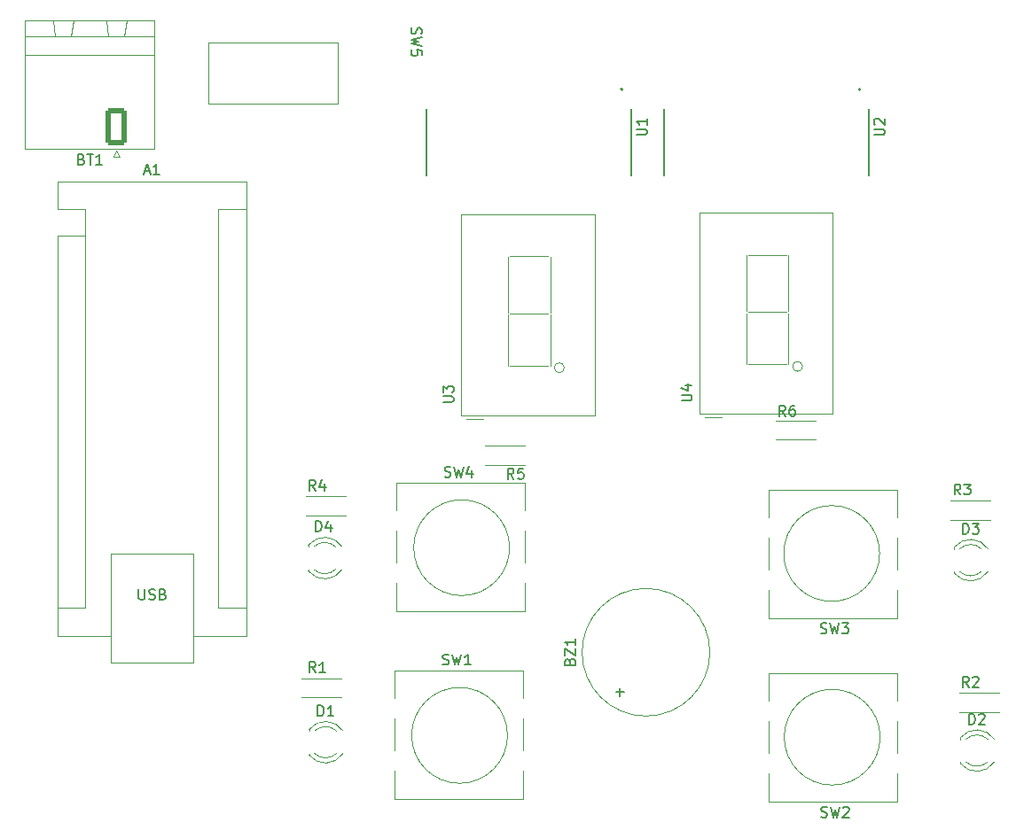
<source format=gto>
G04 #@! TF.GenerationSoftware,KiCad,Pcbnew,(6.0.11)*
G04 #@! TF.CreationDate,2023-02-10T17:49:21-04:00*
G04 #@! TF.ProjectId,simon_dice_2_layer,73696d6f-6e5f-4646-9963-655f325f6c61,rev?*
G04 #@! TF.SameCoordinates,Original*
G04 #@! TF.FileFunction,Legend,Top*
G04 #@! TF.FilePolarity,Positive*
%FSLAX46Y46*%
G04 Gerber Fmt 4.6, Leading zero omitted, Abs format (unit mm)*
G04 Created by KiCad (PCBNEW (6.0.11)) date 2023-02-10 17:49:21*
%MOMM*%
%LPD*%
G01*
G04 APERTURE LIST*
G04 Aperture macros list*
%AMRoundRect*
0 Rectangle with rounded corners*
0 $1 Rounding radius*
0 $2 $3 $4 $5 $6 $7 $8 $9 X,Y pos of 4 corners*
0 Add a 4 corners polygon primitive as box body*
4,1,4,$2,$3,$4,$5,$6,$7,$8,$9,$2,$3,0*
0 Add four circle primitives for the rounded corners*
1,1,$1+$1,$2,$3*
1,1,$1+$1,$4,$5*
1,1,$1+$1,$6,$7*
1,1,$1+$1,$8,$9*
0 Add four rect primitives between the rounded corners*
20,1,$1+$1,$2,$3,$4,$5,0*
20,1,$1+$1,$4,$5,$6,$7,0*
20,1,$1+$1,$6,$7,$8,$9,0*
20,1,$1+$1,$8,$9,$2,$3,0*%
G04 Aperture macros list end*
%ADD10C,0.150000*%
%ADD11C,0.120000*%
%ADD12C,0.127000*%
%ADD13C,0.200000*%
%ADD14C,1.400000*%
%ADD15O,1.400000X1.400000*%
%ADD16O,3.048000X1.850000*%
%ADD17R,1.800000X1.800000*%
%ADD18C,1.800000*%
%ADD19R,1.600000X1.600000*%
%ADD20C,1.600000*%
%ADD21O,1.600000X1.600000*%
%ADD22R,0.800000X1.600000*%
%ADD23C,1.362000*%
%ADD24R,1.130000X1.130000*%
%ADD25C,1.130000*%
%ADD26RoundRect,0.249999X0.790001X1.550001X-0.790001X1.550001X-0.790001X-1.550001X0.790001X-1.550001X0*%
%ADD27O,2.080000X3.600000*%
%ADD28R,2.000000X2.000000*%
%ADD29C,2.000000*%
G04 APERTURE END LIST*
D10*
X172633333Y-88252380D02*
X172300000Y-87776190D01*
X172061904Y-88252380D02*
X172061904Y-87252380D01*
X172442857Y-87252380D01*
X172538095Y-87300000D01*
X172585714Y-87347619D01*
X172633333Y-87442857D01*
X172633333Y-87585714D01*
X172585714Y-87680952D01*
X172538095Y-87728571D01*
X172442857Y-87776190D01*
X172061904Y-87776190D01*
X173490476Y-87252380D02*
X173300000Y-87252380D01*
X173204761Y-87300000D01*
X173157142Y-87347619D01*
X173061904Y-87490476D01*
X173014285Y-87680952D01*
X173014285Y-88061904D01*
X173061904Y-88157142D01*
X173109523Y-88204761D01*
X173204761Y-88252380D01*
X173395238Y-88252380D01*
X173490476Y-88204761D01*
X173538095Y-88157142D01*
X173585714Y-88061904D01*
X173585714Y-87823809D01*
X173538095Y-87728571D01*
X173490476Y-87680952D01*
X173395238Y-87633333D01*
X173204761Y-87633333D01*
X173109523Y-87680952D01*
X173061904Y-87728571D01*
X173014285Y-87823809D01*
X139906666Y-111989761D02*
X140049523Y-112037380D01*
X140287619Y-112037380D01*
X140382857Y-111989761D01*
X140430476Y-111942142D01*
X140478095Y-111846904D01*
X140478095Y-111751666D01*
X140430476Y-111656428D01*
X140382857Y-111608809D01*
X140287619Y-111561190D01*
X140097142Y-111513571D01*
X140001904Y-111465952D01*
X139954285Y-111418333D01*
X139906666Y-111323095D01*
X139906666Y-111227857D01*
X139954285Y-111132619D01*
X140001904Y-111085000D01*
X140097142Y-111037380D01*
X140335238Y-111037380D01*
X140478095Y-111085000D01*
X140811428Y-111037380D02*
X141049523Y-112037380D01*
X141240000Y-111323095D01*
X141430476Y-112037380D01*
X141668571Y-111037380D01*
X142573333Y-112037380D02*
X142001904Y-112037380D01*
X142287619Y-112037380D02*
X142287619Y-111037380D01*
X142192380Y-111180238D01*
X142097142Y-111275476D01*
X142001904Y-111323095D01*
X127771904Y-99292380D02*
X127771904Y-98292380D01*
X128010000Y-98292380D01*
X128152857Y-98340000D01*
X128248095Y-98435238D01*
X128295714Y-98530476D01*
X128343333Y-98720952D01*
X128343333Y-98863809D01*
X128295714Y-99054285D01*
X128248095Y-99149523D01*
X128152857Y-99244761D01*
X128010000Y-99292380D01*
X127771904Y-99292380D01*
X129200476Y-98625714D02*
X129200476Y-99292380D01*
X128962380Y-98244761D02*
X128724285Y-98959047D01*
X129343333Y-98959047D01*
X146680133Y-94276580D02*
X146346800Y-93800390D01*
X146108704Y-94276580D02*
X146108704Y-93276580D01*
X146489657Y-93276580D01*
X146584895Y-93324200D01*
X146632514Y-93371819D01*
X146680133Y-93467057D01*
X146680133Y-93609914D01*
X146632514Y-93705152D01*
X146584895Y-93752771D01*
X146489657Y-93800390D01*
X146108704Y-93800390D01*
X147584895Y-93276580D02*
X147108704Y-93276580D01*
X147061085Y-93752771D01*
X147108704Y-93705152D01*
X147203942Y-93657533D01*
X147442038Y-93657533D01*
X147537276Y-93705152D01*
X147584895Y-93752771D01*
X147632514Y-93848009D01*
X147632514Y-94086104D01*
X147584895Y-94181342D01*
X147537276Y-94228961D01*
X147442038Y-94276580D01*
X147203942Y-94276580D01*
X147108704Y-94228961D01*
X147061085Y-94181342D01*
X176026666Y-126564761D02*
X176169523Y-126612380D01*
X176407619Y-126612380D01*
X176502857Y-126564761D01*
X176550476Y-126517142D01*
X176598095Y-126421904D01*
X176598095Y-126326666D01*
X176550476Y-126231428D01*
X176502857Y-126183809D01*
X176407619Y-126136190D01*
X176217142Y-126088571D01*
X176121904Y-126040952D01*
X176074285Y-125993333D01*
X176026666Y-125898095D01*
X176026666Y-125802857D01*
X176074285Y-125707619D01*
X176121904Y-125660000D01*
X176217142Y-125612380D01*
X176455238Y-125612380D01*
X176598095Y-125660000D01*
X176931428Y-125612380D02*
X177169523Y-126612380D01*
X177360000Y-125898095D01*
X177550476Y-126612380D01*
X177788571Y-125612380D01*
X178121904Y-125707619D02*
X178169523Y-125660000D01*
X178264761Y-125612380D01*
X178502857Y-125612380D01*
X178598095Y-125660000D01*
X178645714Y-125707619D01*
X178693333Y-125802857D01*
X178693333Y-125898095D01*
X178645714Y-126040952D01*
X178074285Y-126612380D01*
X178693333Y-126612380D01*
X190166904Y-117732380D02*
X190166904Y-116732380D01*
X190405000Y-116732380D01*
X190547857Y-116780000D01*
X190643095Y-116875238D01*
X190690714Y-116970476D01*
X190738333Y-117160952D01*
X190738333Y-117303809D01*
X190690714Y-117494285D01*
X190643095Y-117589523D01*
X190547857Y-117684761D01*
X190405000Y-117732380D01*
X190166904Y-117732380D01*
X191119285Y-116827619D02*
X191166904Y-116780000D01*
X191262142Y-116732380D01*
X191500238Y-116732380D01*
X191595476Y-116780000D01*
X191643095Y-116827619D01*
X191690714Y-116922857D01*
X191690714Y-117018095D01*
X191643095Y-117160952D01*
X191071666Y-117732380D01*
X191690714Y-117732380D01*
X127743333Y-95372380D02*
X127410000Y-94896190D01*
X127171904Y-95372380D02*
X127171904Y-94372380D01*
X127552857Y-94372380D01*
X127648095Y-94420000D01*
X127695714Y-94467619D01*
X127743333Y-94562857D01*
X127743333Y-94705714D01*
X127695714Y-94800952D01*
X127648095Y-94848571D01*
X127552857Y-94896190D01*
X127171904Y-94896190D01*
X128600476Y-94705714D02*
X128600476Y-95372380D01*
X128362380Y-94324761D02*
X128124285Y-95039047D01*
X128743333Y-95039047D01*
X175981666Y-109004761D02*
X176124523Y-109052380D01*
X176362619Y-109052380D01*
X176457857Y-109004761D01*
X176505476Y-108957142D01*
X176553095Y-108861904D01*
X176553095Y-108766666D01*
X176505476Y-108671428D01*
X176457857Y-108623809D01*
X176362619Y-108576190D01*
X176172142Y-108528571D01*
X176076904Y-108480952D01*
X176029285Y-108433333D01*
X175981666Y-108338095D01*
X175981666Y-108242857D01*
X176029285Y-108147619D01*
X176076904Y-108100000D01*
X176172142Y-108052380D01*
X176410238Y-108052380D01*
X176553095Y-108100000D01*
X176886428Y-108052380D02*
X177124523Y-109052380D01*
X177315000Y-108338095D01*
X177505476Y-109052380D01*
X177743571Y-108052380D01*
X178029285Y-108052380D02*
X178648333Y-108052380D01*
X178315000Y-108433333D01*
X178457857Y-108433333D01*
X178553095Y-108480952D01*
X178600714Y-108528571D01*
X178648333Y-108623809D01*
X178648333Y-108861904D01*
X178600714Y-108957142D01*
X178553095Y-109004761D01*
X178457857Y-109052380D01*
X178172142Y-109052380D01*
X178076904Y-109004761D01*
X178029285Y-108957142D01*
X140101666Y-94049761D02*
X140244523Y-94097380D01*
X140482619Y-94097380D01*
X140577857Y-94049761D01*
X140625476Y-94002142D01*
X140673095Y-93906904D01*
X140673095Y-93811666D01*
X140625476Y-93716428D01*
X140577857Y-93668809D01*
X140482619Y-93621190D01*
X140292142Y-93573571D01*
X140196904Y-93525952D01*
X140149285Y-93478333D01*
X140101666Y-93383095D01*
X140101666Y-93287857D01*
X140149285Y-93192619D01*
X140196904Y-93145000D01*
X140292142Y-93097380D01*
X140530238Y-93097380D01*
X140673095Y-93145000D01*
X141006428Y-93097380D02*
X141244523Y-94097380D01*
X141435000Y-93383095D01*
X141625476Y-94097380D01*
X141863571Y-93097380D01*
X142673095Y-93430714D02*
X142673095Y-94097380D01*
X142435000Y-93049761D02*
X142196904Y-93764047D01*
X142815952Y-93764047D01*
X190143333Y-114172380D02*
X189810000Y-113696190D01*
X189571904Y-114172380D02*
X189571904Y-113172380D01*
X189952857Y-113172380D01*
X190048095Y-113220000D01*
X190095714Y-113267619D01*
X190143333Y-113362857D01*
X190143333Y-113505714D01*
X190095714Y-113600952D01*
X190048095Y-113648571D01*
X189952857Y-113696190D01*
X189571904Y-113696190D01*
X190524285Y-113267619D02*
X190571904Y-113220000D01*
X190667142Y-113172380D01*
X190905238Y-113172380D01*
X191000476Y-113220000D01*
X191048095Y-113267619D01*
X191095714Y-113362857D01*
X191095714Y-113458095D01*
X191048095Y-113600952D01*
X190476666Y-114172380D01*
X191095714Y-114172380D01*
X139936080Y-86944204D02*
X140745604Y-86944204D01*
X140840842Y-86896585D01*
X140888461Y-86848966D01*
X140936080Y-86753728D01*
X140936080Y-86563252D01*
X140888461Y-86468014D01*
X140840842Y-86420395D01*
X140745604Y-86372776D01*
X139936080Y-86372776D01*
X139936080Y-85991823D02*
X139936080Y-85372776D01*
X140317033Y-85706109D01*
X140317033Y-85563252D01*
X140364652Y-85468014D01*
X140412271Y-85420395D01*
X140507509Y-85372776D01*
X140745604Y-85372776D01*
X140840842Y-85420395D01*
X140888461Y-85468014D01*
X140936080Y-85563252D01*
X140936080Y-85848966D01*
X140888461Y-85944204D01*
X140840842Y-85991823D01*
X111405714Y-64876666D02*
X111881904Y-64876666D01*
X111310476Y-65162380D02*
X111643809Y-64162380D01*
X111977142Y-65162380D01*
X112834285Y-65162380D02*
X112262857Y-65162380D01*
X112548571Y-65162380D02*
X112548571Y-64162380D01*
X112453333Y-64305238D01*
X112358095Y-64400476D01*
X112262857Y-64448095D01*
X110858095Y-104802380D02*
X110858095Y-105611904D01*
X110905714Y-105707142D01*
X110953333Y-105754761D01*
X111048571Y-105802380D01*
X111239047Y-105802380D01*
X111334285Y-105754761D01*
X111381904Y-105707142D01*
X111429523Y-105611904D01*
X111429523Y-104802380D01*
X111858095Y-105754761D02*
X112000952Y-105802380D01*
X112239047Y-105802380D01*
X112334285Y-105754761D01*
X112381904Y-105707142D01*
X112429523Y-105611904D01*
X112429523Y-105516666D01*
X112381904Y-105421428D01*
X112334285Y-105373809D01*
X112239047Y-105326190D01*
X112048571Y-105278571D01*
X111953333Y-105230952D01*
X111905714Y-105183333D01*
X111858095Y-105088095D01*
X111858095Y-104992857D01*
X111905714Y-104897619D01*
X111953333Y-104850000D01*
X112048571Y-104802380D01*
X112286666Y-104802380D01*
X112429523Y-104850000D01*
X113191428Y-105278571D02*
X113334285Y-105326190D01*
X113381904Y-105373809D01*
X113429523Y-105469047D01*
X113429523Y-105611904D01*
X113381904Y-105707142D01*
X113334285Y-105754761D01*
X113239047Y-105802380D01*
X112858095Y-105802380D01*
X112858095Y-104802380D01*
X113191428Y-104802380D01*
X113286666Y-104850000D01*
X113334285Y-104897619D01*
X113381904Y-104992857D01*
X113381904Y-105088095D01*
X113334285Y-105183333D01*
X113286666Y-105230952D01*
X113191428Y-105278571D01*
X112858095Y-105278571D01*
X136932738Y-51166666D02*
X136885119Y-51309523D01*
X136885119Y-51547619D01*
X136932738Y-51642857D01*
X136980357Y-51690476D01*
X137075595Y-51738095D01*
X137170833Y-51738095D01*
X137266071Y-51690476D01*
X137313690Y-51642857D01*
X137361309Y-51547619D01*
X137408928Y-51357142D01*
X137456547Y-51261904D01*
X137504166Y-51214285D01*
X137599404Y-51166666D01*
X137694642Y-51166666D01*
X137789880Y-51214285D01*
X137837500Y-51261904D01*
X137885119Y-51357142D01*
X137885119Y-51595238D01*
X137837500Y-51738095D01*
X137885119Y-52071428D02*
X136885119Y-52309523D01*
X137599404Y-52500000D01*
X136885119Y-52690476D01*
X137885119Y-52928571D01*
X137885119Y-53785714D02*
X137885119Y-53309523D01*
X137408928Y-53261904D01*
X137456547Y-53309523D01*
X137504166Y-53404761D01*
X137504166Y-53642857D01*
X137456547Y-53738095D01*
X137408928Y-53785714D01*
X137313690Y-53833333D01*
X137075595Y-53833333D01*
X136980357Y-53785714D01*
X136932738Y-53738095D01*
X136885119Y-53642857D01*
X136885119Y-53404761D01*
X136932738Y-53309523D01*
X136980357Y-53261904D01*
X189343333Y-95772380D02*
X189010000Y-95296190D01*
X188771904Y-95772380D02*
X188771904Y-94772380D01*
X189152857Y-94772380D01*
X189248095Y-94820000D01*
X189295714Y-94867619D01*
X189343333Y-94962857D01*
X189343333Y-95105714D01*
X189295714Y-95200952D01*
X189248095Y-95248571D01*
X189152857Y-95296190D01*
X188771904Y-95296190D01*
X189676666Y-94772380D02*
X190295714Y-94772380D01*
X189962380Y-95153333D01*
X190105238Y-95153333D01*
X190200476Y-95200952D01*
X190248095Y-95248571D01*
X190295714Y-95343809D01*
X190295714Y-95581904D01*
X190248095Y-95677142D01*
X190200476Y-95724761D01*
X190105238Y-95772380D01*
X189819523Y-95772380D01*
X189724285Y-95724761D01*
X189676666Y-95677142D01*
X181092380Y-61406904D02*
X181901904Y-61406904D01*
X181997142Y-61359285D01*
X182044761Y-61311666D01*
X182092380Y-61216428D01*
X182092380Y-61025952D01*
X182044761Y-60930714D01*
X181997142Y-60883095D01*
X181901904Y-60835476D01*
X181092380Y-60835476D01*
X181187619Y-60406904D02*
X181140000Y-60359285D01*
X181092380Y-60264047D01*
X181092380Y-60025952D01*
X181140000Y-59930714D01*
X181187619Y-59883095D01*
X181282857Y-59835476D01*
X181378095Y-59835476D01*
X181520952Y-59883095D01*
X182092380Y-60454523D01*
X182092380Y-59835476D01*
X127743333Y-112772380D02*
X127410000Y-112296190D01*
X127171904Y-112772380D02*
X127171904Y-111772380D01*
X127552857Y-111772380D01*
X127648095Y-111820000D01*
X127695714Y-111867619D01*
X127743333Y-111962857D01*
X127743333Y-112105714D01*
X127695714Y-112200952D01*
X127648095Y-112248571D01*
X127552857Y-112296190D01*
X127171904Y-112296190D01*
X128695714Y-112772380D02*
X128124285Y-112772380D01*
X128410000Y-112772380D02*
X128410000Y-111772380D01*
X128314761Y-111915238D01*
X128219523Y-112010476D01*
X128124285Y-112058095D01*
X158392380Y-61406904D02*
X159201904Y-61406904D01*
X159297142Y-61359285D01*
X159344761Y-61311666D01*
X159392380Y-61216428D01*
X159392380Y-61025952D01*
X159344761Y-60930714D01*
X159297142Y-60883095D01*
X159201904Y-60835476D01*
X158392380Y-60835476D01*
X159392380Y-59835476D02*
X159392380Y-60406904D01*
X159392380Y-60121190D02*
X158392380Y-60121190D01*
X158535238Y-60216428D01*
X158630476Y-60311666D01*
X158678095Y-60406904D01*
X162697380Y-86809404D02*
X163506904Y-86809404D01*
X163602142Y-86761785D01*
X163649761Y-86714166D01*
X163697380Y-86618928D01*
X163697380Y-86428452D01*
X163649761Y-86333214D01*
X163602142Y-86285595D01*
X163506904Y-86237976D01*
X162697380Y-86237976D01*
X163030714Y-85333214D02*
X163697380Y-85333214D01*
X162649761Y-85571309D02*
X163364047Y-85809404D01*
X163364047Y-85190357D01*
X105414285Y-63706071D02*
X105557142Y-63753690D01*
X105604761Y-63801309D01*
X105652380Y-63896547D01*
X105652380Y-64039404D01*
X105604761Y-64134642D01*
X105557142Y-64182261D01*
X105461904Y-64229880D01*
X105080952Y-64229880D01*
X105080952Y-63229880D01*
X105414285Y-63229880D01*
X105509523Y-63277500D01*
X105557142Y-63325119D01*
X105604761Y-63420357D01*
X105604761Y-63515595D01*
X105557142Y-63610833D01*
X105509523Y-63658452D01*
X105414285Y-63706071D01*
X105080952Y-63706071D01*
X105938095Y-63229880D02*
X106509523Y-63229880D01*
X106223809Y-64229880D02*
X106223809Y-63229880D01*
X107366666Y-64229880D02*
X106795238Y-64229880D01*
X107080952Y-64229880D02*
X107080952Y-63229880D01*
X106985714Y-63372738D01*
X106890476Y-63467976D01*
X106795238Y-63515595D01*
X152038571Y-111720952D02*
X152086190Y-111578095D01*
X152133809Y-111530476D01*
X152229047Y-111482857D01*
X152371904Y-111482857D01*
X152467142Y-111530476D01*
X152514761Y-111578095D01*
X152562380Y-111673333D01*
X152562380Y-112054285D01*
X151562380Y-112054285D01*
X151562380Y-111720952D01*
X151610000Y-111625714D01*
X151657619Y-111578095D01*
X151752857Y-111530476D01*
X151848095Y-111530476D01*
X151943333Y-111578095D01*
X151990952Y-111625714D01*
X152038571Y-111720952D01*
X152038571Y-112054285D01*
X151562380Y-111149523D02*
X151562380Y-110482857D01*
X152562380Y-111149523D01*
X152562380Y-110482857D01*
X152562380Y-109578095D02*
X152562380Y-110149523D01*
X152562380Y-109863809D02*
X151562380Y-109863809D01*
X151705238Y-109959047D01*
X151800476Y-110054285D01*
X151848095Y-110149523D01*
X156841428Y-115030952D02*
X156841428Y-114269047D01*
X157222380Y-114650000D02*
X156460476Y-114650000D01*
X189566904Y-99532380D02*
X189566904Y-98532380D01*
X189805000Y-98532380D01*
X189947857Y-98580000D01*
X190043095Y-98675238D01*
X190090714Y-98770476D01*
X190138333Y-98960952D01*
X190138333Y-99103809D01*
X190090714Y-99294285D01*
X190043095Y-99389523D01*
X189947857Y-99484761D01*
X189805000Y-99532380D01*
X189566904Y-99532380D01*
X190471666Y-98532380D02*
X191090714Y-98532380D01*
X190757380Y-98913333D01*
X190900238Y-98913333D01*
X190995476Y-98960952D01*
X191043095Y-99008571D01*
X191090714Y-99103809D01*
X191090714Y-99341904D01*
X191043095Y-99437142D01*
X190995476Y-99484761D01*
X190900238Y-99532380D01*
X190614523Y-99532380D01*
X190519285Y-99484761D01*
X190471666Y-99437142D01*
X127966904Y-116932380D02*
X127966904Y-115932380D01*
X128205000Y-115932380D01*
X128347857Y-115980000D01*
X128443095Y-116075238D01*
X128490714Y-116170476D01*
X128538333Y-116360952D01*
X128538333Y-116503809D01*
X128490714Y-116694285D01*
X128443095Y-116789523D01*
X128347857Y-116884761D01*
X128205000Y-116932380D01*
X127966904Y-116932380D01*
X129490714Y-116932380D02*
X128919285Y-116932380D01*
X129205000Y-116932380D02*
X129205000Y-115932380D01*
X129109761Y-116075238D01*
X129014523Y-116170476D01*
X128919285Y-116218095D01*
D11*
X171680000Y-90520000D02*
X175520000Y-90520000D01*
X171680000Y-88680000D02*
X175520000Y-88680000D01*
X135260000Y-115315000D02*
X135260000Y-112595000D01*
X147560000Y-122175000D02*
X147560000Y-124895000D01*
X147560000Y-124895000D02*
X135260000Y-124895000D01*
X147560000Y-117175000D02*
X147560000Y-120315000D01*
X135260000Y-120315000D02*
X135260000Y-117175000D01*
X135260000Y-124895000D02*
X135260000Y-122175000D01*
X135260000Y-112595000D02*
X147560000Y-112595000D01*
X147560000Y-112595000D02*
X147560000Y-115315000D01*
X146089050Y-118785000D02*
G75*
G03*
X146089050Y-118785000I-4579050J0D01*
G01*
X127070000Y-100604000D02*
X127070000Y-100760000D01*
X127070000Y-102920000D02*
X127070000Y-103076000D01*
X127070000Y-103075516D02*
G75*
G03*
X130302335Y-102918608I1560000J1235516D01*
G01*
X130302335Y-100761392D02*
G75*
G03*
X127070000Y-100604484I-1672335J-1078608D01*
G01*
X127589039Y-102920000D02*
G75*
G03*
X129671130Y-102919837I1040961J1080000D01*
G01*
X129671130Y-100760163D02*
G75*
G03*
X127589039Y-100760000I-1041130J-1079837D01*
G01*
X147766800Y-91104200D02*
X143926800Y-91104200D01*
X147766800Y-92944200D02*
X143926800Y-92944200D01*
X171040000Y-112850000D02*
X183340000Y-112850000D01*
X183340000Y-125150000D02*
X171040000Y-125150000D01*
X171040000Y-125150000D02*
X171040000Y-122430000D01*
X183340000Y-112850000D02*
X183340000Y-115570000D01*
X171040000Y-120570000D02*
X171040000Y-117430000D01*
X183340000Y-117430000D02*
X183340000Y-120570000D01*
X183340000Y-122430000D02*
X183340000Y-125150000D01*
X171040000Y-115570000D02*
X171040000Y-112850000D01*
X181669050Y-118960000D02*
G75*
G03*
X181669050Y-118960000I-4579050J0D01*
G01*
X189345000Y-121320000D02*
X189345000Y-121476000D01*
X189345000Y-119004000D02*
X189345000Y-119160000D01*
X191946130Y-119160163D02*
G75*
G03*
X189864039Y-119160000I-1041130J-1079837D01*
G01*
X192577335Y-119161392D02*
G75*
G03*
X189345000Y-119004484I-1672335J-1078608D01*
G01*
X189864039Y-121320000D02*
G75*
G03*
X191946130Y-121319837I1040961J1080000D01*
G01*
X189345000Y-121475516D02*
G75*
G03*
X192577335Y-121318608I1560000J1235516D01*
G01*
X126790000Y-97760000D02*
X130630000Y-97760000D01*
X126790000Y-95920000D02*
X130630000Y-95920000D01*
X170995000Y-98010000D02*
X170995000Y-95290000D01*
X183295000Y-107590000D02*
X170995000Y-107590000D01*
X170995000Y-107590000D02*
X170995000Y-104870000D01*
X170995000Y-103010000D02*
X170995000Y-99870000D01*
X183295000Y-95290000D02*
X183295000Y-98010000D01*
X170995000Y-95290000D02*
X183295000Y-95290000D01*
X183295000Y-104870000D02*
X183295000Y-107590000D01*
X183295000Y-99870000D02*
X183295000Y-103010000D01*
X181624050Y-101400000D02*
G75*
G03*
X181624050Y-101400000I-4579050J0D01*
G01*
X147755000Y-99235000D02*
X147755000Y-102375000D01*
X135455000Y-102375000D02*
X135455000Y-99235000D01*
X135455000Y-106955000D02*
X135455000Y-104235000D01*
X147755000Y-106955000D02*
X135455000Y-106955000D01*
X147755000Y-94655000D02*
X147755000Y-97375000D01*
X147755000Y-104235000D02*
X147755000Y-106955000D01*
X135455000Y-94655000D02*
X147755000Y-94655000D01*
X135455000Y-97375000D02*
X135455000Y-94655000D01*
X146284050Y-100845000D02*
G75*
G03*
X146284050Y-100845000I-4579050J0D01*
G01*
X189190000Y-116560000D02*
X193030000Y-116560000D01*
X189190000Y-114720000D02*
X193030000Y-114720000D01*
X141683700Y-68982300D02*
X154403700Y-68982300D01*
X146300900Y-78464700D02*
X149983900Y-78464700D01*
X154403700Y-68982300D02*
X154403700Y-88202300D01*
X141683700Y-68982300D02*
X141683700Y-88202300D01*
X146123100Y-78566300D02*
X146123100Y-83468500D01*
X146123100Y-73029100D02*
X146123100Y-78388500D01*
X146300900Y-73003700D02*
X149983900Y-73003700D01*
X141683700Y-88202300D02*
X154403700Y-88202300D01*
X142163700Y-88552300D02*
X143773700Y-88552300D01*
X150161700Y-78566300D02*
X150161700Y-83468500D01*
X150161700Y-73029100D02*
X150161700Y-78388500D01*
X146300900Y-83468500D02*
X149983900Y-83468500D01*
X151506167Y-83654767D02*
G75*
G03*
X151506167Y-83654767I-472467J0D01*
G01*
X103100000Y-71060000D02*
X103100000Y-109290000D01*
X105770000Y-106620000D02*
X103100000Y-106620000D01*
X116060000Y-101410000D02*
X116060000Y-111830000D01*
X103100000Y-109290000D02*
X108180000Y-109290000D01*
X121140000Y-109290000D02*
X121140000Y-65850000D01*
X118470000Y-68520000D02*
X118470000Y-106620000D01*
X121140000Y-65850000D02*
X103100000Y-65850000D01*
X105770000Y-71060000D02*
X103100000Y-71060000D01*
X121140000Y-109290000D02*
X116060000Y-109290000D01*
X108180000Y-101410000D02*
X116060000Y-101410000D01*
X103100000Y-65850000D02*
X103100000Y-68520000D01*
X105770000Y-71060000D02*
X105770000Y-106620000D01*
X116060000Y-111830000D02*
X108180000Y-111830000D01*
X108180000Y-111830000D02*
X108180000Y-101410000D01*
X105770000Y-68520000D02*
X103100000Y-68520000D01*
X118470000Y-106620000D02*
X121140000Y-106620000D01*
X105770000Y-71060000D02*
X105770000Y-68520000D01*
X118470000Y-68520000D02*
X121140000Y-68520000D01*
X129837500Y-52600000D02*
X117537500Y-52600000D01*
X117537500Y-52600000D02*
X117537500Y-58400000D01*
X117537500Y-58400000D02*
X129837500Y-58400000D01*
X129837500Y-58400000D02*
X129837500Y-52600000D01*
X188390000Y-96320000D02*
X192230000Y-96320000D01*
X188390000Y-98160000D02*
X192230000Y-98160000D01*
D12*
X180580000Y-58895000D02*
X180580000Y-65245000D01*
X161030000Y-58895000D02*
X161030000Y-65245000D01*
D13*
X179795000Y-57035000D02*
G75*
G03*
X179795000Y-57035000I-100000J0D01*
G01*
D11*
X126390000Y-113320000D02*
X130230000Y-113320000D01*
X126390000Y-115160000D02*
X130230000Y-115160000D01*
D12*
X157880000Y-58895000D02*
X157880000Y-65245000D01*
X138330000Y-58895000D02*
X138330000Y-65245000D01*
D13*
X157095000Y-57035000D02*
G75*
G03*
X157095000Y-57035000I-100000J0D01*
G01*
D11*
X168884400Y-72894300D02*
X168884400Y-78253700D01*
X164925000Y-88417500D02*
X166535000Y-88417500D01*
X172923000Y-72894300D02*
X172923000Y-78253700D01*
X169062200Y-83333700D02*
X172745200Y-83333700D01*
X169062200Y-78329900D02*
X172745200Y-78329900D01*
X169062200Y-72868900D02*
X172745200Y-72868900D01*
X164445000Y-68847500D02*
X177165000Y-68847500D01*
X164445000Y-68847500D02*
X164445000Y-88067500D01*
X177165000Y-68847500D02*
X177165000Y-88067500D01*
X172923000Y-78431500D02*
X172923000Y-83333700D01*
X168884400Y-78431500D02*
X168884400Y-83333700D01*
X164445000Y-88067500D02*
X177165000Y-88067500D01*
X174267467Y-83519967D02*
G75*
G03*
X174267467Y-83519967I-472467J0D01*
G01*
X109740000Y-50467500D02*
X107740000Y-50467500D01*
X104410000Y-51967500D02*
X104660000Y-50467500D01*
X100010000Y-50467500D02*
X100010000Y-62687500D01*
X112390000Y-53767500D02*
X100010000Y-53767500D01*
X100010000Y-51967500D02*
X112390000Y-51967500D01*
X107990000Y-51967500D02*
X109490000Y-51967500D01*
X112390000Y-51967500D02*
X112390000Y-53767500D01*
X107740000Y-50467500D02*
X107990000Y-51967500D01*
X108440000Y-63487500D02*
X108740000Y-62887500D01*
X100010000Y-53767500D02*
X100010000Y-51967500D01*
X104660000Y-50467500D02*
X102660000Y-50467500D01*
X100010000Y-62687500D02*
X112390000Y-62687500D01*
X109040000Y-63487500D02*
X108440000Y-63487500D01*
X108740000Y-62887500D02*
X109040000Y-63487500D01*
X109490000Y-51967500D02*
X109740000Y-50467500D01*
X102660000Y-50467500D02*
X102910000Y-51967500D01*
X112390000Y-50467500D02*
X100010000Y-50467500D01*
X102910000Y-51967500D02*
X104410000Y-51967500D01*
X112390000Y-62687500D02*
X112390000Y-50467500D01*
X165410000Y-110840000D02*
G75*
G03*
X165410000Y-110840000I-6100000J0D01*
G01*
X188745000Y-100804000D02*
X188745000Y-100960000D01*
X188745000Y-103120000D02*
X188745000Y-103276000D01*
X189264039Y-103120000D02*
G75*
G03*
X191346130Y-103119837I1040961J1080000D01*
G01*
X188745000Y-103275516D02*
G75*
G03*
X191977335Y-103118608I1560000J1235516D01*
G01*
X191977335Y-100961392D02*
G75*
G03*
X188745000Y-100804484I-1672335J-1078608D01*
G01*
X191346130Y-100960163D02*
G75*
G03*
X189264039Y-100960000I-1041130J-1079837D01*
G01*
X127145000Y-118204000D02*
X127145000Y-118360000D01*
X127145000Y-120520000D02*
X127145000Y-120676000D01*
X127145000Y-120675516D02*
G75*
G03*
X130377335Y-120518608I1560000J1235516D01*
G01*
X129746130Y-118360163D02*
G75*
G03*
X127664039Y-118360000I-1041130J-1079837D01*
G01*
X127664039Y-120520000D02*
G75*
G03*
X129746130Y-120519837I1040961J1080000D01*
G01*
X130377335Y-118361392D02*
G75*
G03*
X127145000Y-118204484I-1672335J-1078608D01*
G01*
%LPC*%
D14*
X171060000Y-89600000D03*
D15*
X176140000Y-89600000D03*
D16*
X147660000Y-116245000D03*
X135160000Y-116245000D03*
X147660000Y-121245000D03*
X135160000Y-121245000D03*
D17*
X127360000Y-101840000D03*
D18*
X129900000Y-101840000D03*
D14*
X148386800Y-92024200D03*
D15*
X143306800Y-92024200D03*
D16*
X183440000Y-121500000D03*
X170940000Y-121500000D03*
X183440000Y-116500000D03*
X170940000Y-116500000D03*
D17*
X189635000Y-120240000D03*
D18*
X192175000Y-120240000D03*
D14*
X126170000Y-96840000D03*
D15*
X131250000Y-96840000D03*
D16*
X170895000Y-103940000D03*
X183395000Y-103940000D03*
X183395000Y-98940000D03*
X170895000Y-98940000D03*
X135355000Y-98305000D03*
X147855000Y-98305000D03*
X135355000Y-103305000D03*
X147855000Y-103305000D03*
D14*
X188570000Y-115640000D03*
D15*
X193650000Y-115640000D03*
D19*
X142963700Y-86212300D03*
D20*
X145503700Y-86212300D03*
X148043700Y-86212300D03*
X150583700Y-86212300D03*
X153123700Y-86212300D03*
X153123700Y-70972300D03*
X150583700Y-70972300D03*
X148043700Y-70972300D03*
X145503700Y-70972300D03*
X142963700Y-70972300D03*
D19*
X104500000Y-69790000D03*
D21*
X104500000Y-72330000D03*
X104500000Y-74870000D03*
X104500000Y-77410000D03*
X104500000Y-79950000D03*
X104500000Y-82490000D03*
X104500000Y-85030000D03*
X104500000Y-87570000D03*
X104500000Y-90110000D03*
X104500000Y-92650000D03*
X104500000Y-95190000D03*
X104500000Y-97730000D03*
X104500000Y-100270000D03*
X104500000Y-102810000D03*
X104500000Y-105350000D03*
X119740000Y-105350000D03*
X119740000Y-102810000D03*
X119740000Y-100270000D03*
X119740000Y-97730000D03*
X119740000Y-95190000D03*
X119740000Y-92650000D03*
X119740000Y-90110000D03*
X119740000Y-87570000D03*
X119740000Y-85030000D03*
X119740000Y-82490000D03*
X119740000Y-79950000D03*
X119740000Y-77410000D03*
X119740000Y-74870000D03*
X119740000Y-72330000D03*
X119740000Y-69790000D03*
D22*
X129337500Y-55500000D03*
X118037500Y-55500000D03*
D23*
X126737500Y-55500000D03*
X123737500Y-55500000D03*
X120737500Y-55500000D03*
D14*
X187770000Y-97240000D03*
D15*
X192850000Y-97240000D03*
D24*
X179695000Y-58100000D03*
D25*
X177155000Y-58100000D03*
X174615000Y-58100000D03*
X172075000Y-58100000D03*
X169535000Y-58100000D03*
X166995000Y-58100000D03*
X164455000Y-58100000D03*
X161915000Y-58100000D03*
X161915000Y-66040000D03*
X164455000Y-66040000D03*
X166995000Y-66040000D03*
X169535000Y-66040000D03*
X172075000Y-66040000D03*
X174615000Y-66040000D03*
X177155000Y-66040000D03*
X179695000Y-66040000D03*
D14*
X125770000Y-114240000D03*
D15*
X130850000Y-114240000D03*
D24*
X156995000Y-58100000D03*
D25*
X154455000Y-58100000D03*
X151915000Y-58100000D03*
X149375000Y-58100000D03*
X146835000Y-58100000D03*
X144295000Y-58100000D03*
X141755000Y-58100000D03*
X139215000Y-58100000D03*
X139215000Y-66040000D03*
X141755000Y-66040000D03*
X144295000Y-66040000D03*
X146835000Y-66040000D03*
X149375000Y-66040000D03*
X151915000Y-66040000D03*
X154455000Y-66040000D03*
X156995000Y-66040000D03*
D19*
X165725000Y-86077500D03*
D20*
X168265000Y-86077500D03*
X170805000Y-86077500D03*
X173345000Y-86077500D03*
X175885000Y-86077500D03*
X175885000Y-70837500D03*
X173345000Y-70837500D03*
X170805000Y-70837500D03*
X168265000Y-70837500D03*
X165725000Y-70837500D03*
D26*
X108740000Y-60577500D03*
D27*
X103660000Y-60577500D03*
D28*
X159310000Y-114640000D03*
D29*
X159310000Y-107040000D03*
D17*
X189035000Y-102040000D03*
D18*
X191575000Y-102040000D03*
D17*
X127435000Y-119440000D03*
D18*
X129975000Y-119440000D03*
M02*

</source>
